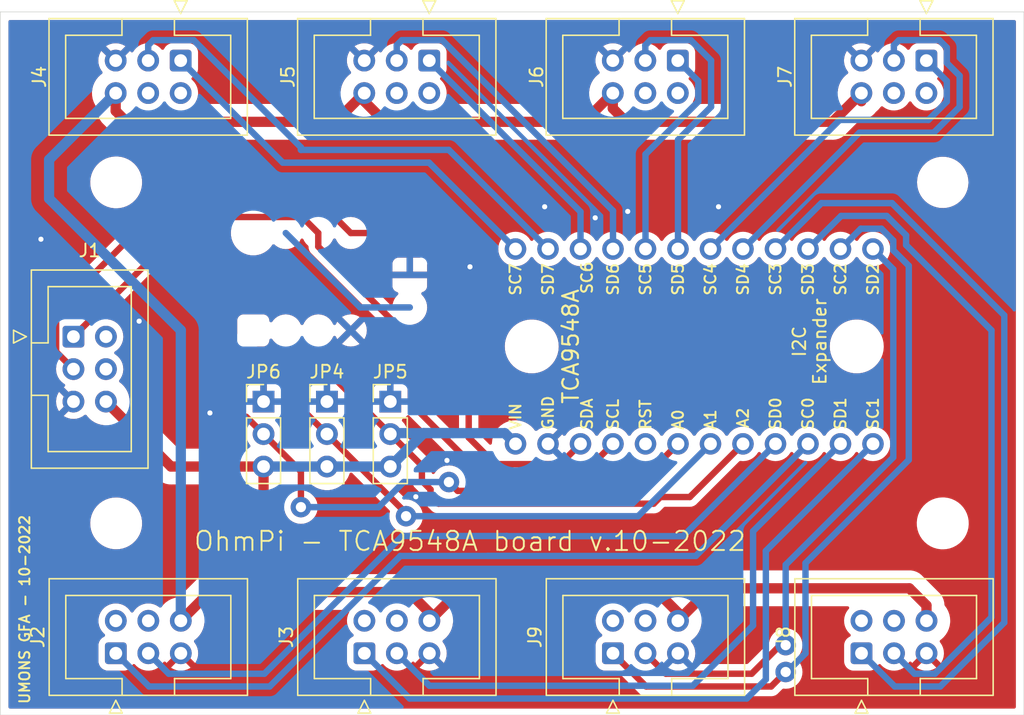
<source format=kicad_pcb>
(kicad_pcb (version 20211014) (generator pcbnew)
  (layers (0 "F.Cu" signal) (31 "B.Cu" signal) (34 "B.Paste" user) (35 "F.Paste" user) (36 "B.SilkS" user "B.Silkscreen") (37 "F.SilkS" user "F.Silkscreen") (38 "B.Mask" user) (39 "F.Mask" user) (44 "Edge.Cuts" user))
  (net 0 "")
  (net 1 "/A0")
  (net 2 "/A1")
  (net 3 "/A2")
  (net 4 "/INPUTSCL")
  (net 6 "/INPUTSDA")
  (net 8 "/7SCL")
  (net 9 "/7SDA")
  (net 10 "/6SCL")
  (net 11 "/6SDA")
  (net 12 "/5SCL")
  (net 13 "/5SDA")
  (net 14 "/4SCL")
  (net 15 "/4SDA")
  (net 16 "/3SCL")
  (net 17 "/3SDA")
  (net 18 "/2SCL")
  (net 19 "/2SDA")
  (net 20 "/1SCL")
  (net 21 "/1SDA")
  (net 22 "/0SCL")
  (net 23 "/0SDA")
  (net 24 "/RESET")
  (net 41 "+5V")
  (net 42 "GNDD")
  (footprint "Connector_IDC:IDC-Header_2x03_P2.54mm_Vertical" (layer "F.Cu") (at 112.522 75.565 -90)
    (fp_text reference "J4" (at 1.27 11.045 90) (layer "F.SilkS"))
    (fp_text value "I2C")
    (fp_line (start -4.68 -0.5) (end -4.68 0.5) (layer "F.SilkS") (width 0.12))
    (fp_line (start 5.83 10.29) (end -3.29 10.29) (layer "F.SilkS") (width 0.12))
    (fp_line (start -1.98 4.59) (end -1.98 4.59) (layer "F.SilkS") (width 0.12))
    (fp_line (start 4.52 -3.91) (end 4.52 8.99) (layer "F.SilkS") (width 0.12))
    (fp_line (start -3.29 10.29) (end -3.29 -5.21) (layer "F.SilkS") (width 0.12))
    (fp_line (start -3.29 0.49) (end -1.98 0.49) (layer "F.SilkS") (width 0.12))
    (fp_line (start -3.68 0) (end -4.68 -0.5) (layer "F.SilkS") (width 0.12))
    (fp_line (start -1.98 4.59) (end -3.29 4.59) (layer "F.SilkS") (width 0.12))
    (fp_line (start 5.83 -5.21) (end 5.83 10.29) (layer "F.SilkS") (width 0.12))
    (fp_line (start -1.98 8.99) (end -1.98 4.59) (layer "F.SilkS") (width 0.12))
    (fp_line (start -4.68 0.5) (end -3.68 0) (layer "F.SilkS") (width 0.12))
    (fp_line (start -3.29 -5.21) (end 5.83 -5.21) (layer "F.SilkS") (width 0.12))
    (fp_line (start 4.52 8.99) (end -1.98 8.99) (layer "F.SilkS") (width 0.12))
    (fp_line (start -1.98 0.49) (end -1.98 -3.91) (layer "F.SilkS") (width 0.12))
    (fp_line (start -1.98 -3.91) (end 4.52 -3.91) (layer "F.SilkS") (width 0.12))
    (pad "1" thru_hole roundrect (at 0 0 270) (size 1.7 1.7) (drill 1) (layers *.Cu *.Mask) (roundrect_rratio 0.147059) (net 8 "/7SCL"))
    (pad "2" thru_hole circle (at 2.54 0 270) (size 1.7 1.7) (drill 1) (layers *.Cu *.Mask))
    (pad "3" thru_hole circle (at 0 2.54 270) (size 1.7 1.7) (drill 1) (layers *.Cu *.Mask) (net 9 "/7SDA"))
    (pad "4" thru_hole circle (at 2.54 2.54 270) (size 1.7 1.7) (drill 1) (layers *.Cu *.Mask))
    (pad "5" thru_hole circle (at 0 5.08 270) (size 1.7 1.7) (drill 1) (layers *.Cu *.Mask) (net 42 "GNDD"))
    (pad "6" thru_hole circle (at 2.54 5.08 270) (size 1.7 1.7) (drill 1) (layers *.Cu *.Mask) (net 41 "+5V"))
  )
  (footprint "Connector_IDC:IDC-Header_2x03_P2.54mm_Vertical" (layer "F.Cu") (at 126.879666 121.92 90)
    (fp_text reference "J3" (at 1.27 -6.1 90) (layer "F.SilkS"))
    (fp_text value "I2C")
    (fp_line (start 5.83 10.29) (end -3.29 10.29) (layer "F.SilkS") (width 0.12))
    (fp_line (start -3.29 10.29) (end -3.29 -5.21) (layer "F.SilkS") (width 0.12))
    (fp_line (start -4.68 -0.5) (end -4.68 0.5) (layer "F.SilkS") (width 0.12))
    (fp_line (start -3.29 -5.21) (end 5.83 -5.21) (layer "F.SilkS") (width 0.12))
    (fp_line (start -3.68 0) (end -4.68 -0.5) (layer "F.SilkS") (width 0.12))
    (fp_line (start -3.29 0.49) (end -1.98 0.49) (layer "F.SilkS") (width 0.12))
    (fp_line (start -1.98 -3.91) (end 4.52 -3.91) (layer "F.SilkS") (width 0.12))
    (fp_line (start 5.83 -5.21) (end 5.83 10.29) (layer "F.SilkS") (width 0.12))
    (fp_line (start -1.98 0.49) (end -1.98 -3.91) (layer "F.SilkS") (width 0.12))
    (fp_line (start 4.52 8.99) (end -1.98 8.99) (layer "F.SilkS") (width 0.12))
    (fp_line (start -1.98 8.99) (end -1.98 4.59) (layer "F.SilkS") (width 0.12))
    (fp_line (start 4.52 -3.91) (end 4.52 8.99) (layer "F.SilkS") (width 0.12))
    (fp_line (start -1.98 4.59) (end -3.29 4.59) (layer "F.SilkS") (width 0.12))
    (fp_line (start -4.68 0.5) (end -3.68 0) (layer "F.SilkS") (width 0.12))
    (fp_line (start -1.98 4.59) (end -1.98 4.59) (layer "F.SilkS") (width 0.12))
    (pad "1" thru_hole roundrect (at 0 0 90) (size 1.7 1.7) (drill 1) (layers *.Cu *.Mask) (roundrect_rratio 0.147059) (net 20 "/1SCL"))
    (pad "2" thru_hole circle (at 2.54 0 90) (size 1.7 1.7) (drill 1) (layers *.Cu *.Mask))
    (pad "3" thru_hole circle (at 0 2.54 90) (size 1.7 1.7) (drill 1) (layers *.Cu *.Mask) (net 21 "/1SDA"))
    (pad "4" thru_hole circle (at 2.54 2.54 90) (size 1.7 1.7) (drill 1) (layers *.Cu *.Mask))
    (pad "5" thru_hole circle (at 0 5.08 90) (size 1.7 1.7) (drill 1) (layers *.Cu *.Mask) (net 42 "GNDD"))
    (pad "6" thru_hole circle (at 2.54 5.08 90) (size 1.7 1.7) (drill 1) (layers *.Cu *.Mask) (net 41 "+5V"))
  )
  (footprint "Connector_PinHeader_2.54mm:PinHeader_1x03_P2.54mm_Vertical" (layer "F.Cu") (at 128.905 102.235)
    (fp_text reference "JP5" (at 0 -2.33) (layer "F.SilkS"))
    (fp_text value "Addr 2")
    (fp_line (start 1.33 1.27) (end 1.33 6.41) (layer "F.SilkS") (width 0.12))
    (fp_line (start -1.33 1.27) (end -1.33 6.41) (layer "F.SilkS") (width 0.12))
    (fp_line (start -1.33 0) (end -1.33 -1.33) (layer "F.SilkS") (width 0.12))
    (fp_line (start -1.33 -1.33) (end 0 -1.33) (layer "F.SilkS") (width 0.12))
    (fp_line (start -1.33 6.41) (end 1.33 6.41) (layer "F.SilkS") (width 0.12))
    (fp_line (start -1.33 1.27) (end 1.33 1.27) (layer "F.SilkS") (width 0.12))
    (pad "1" thru_hole rect (at 0 0) (size 1.7 1.7) (drill 1) (layers *.Cu *.Mask) (net 42 "GNDD"))
    (pad "2" thru_hole oval (at 0 2.54) (size 1.7 1.7) (drill 1) (layers *.Cu *.Mask) (net 3 "/A2"))
    (pad "3" thru_hole oval (at 0 5.08) (size 1.7 1.7) (drill 1) (layers *.Cu *.Mask) (net 41 "+5V"))
  )
  (footprint "Connector_PinHeader_2.54mm:PinHeader_1x03_P2.54mm_Vertical" (layer "F.Cu") (at 118.999 102.235)
    (fp_text reference "JP6" (at 0 -2.33) (layer "F.SilkS"))
    (fp_text value "Addr 0")
    (fp_line (start -1.33 1.27) (end -1.33 6.41) (layer "F.SilkS") (width 0.12))
    (fp_line (start -1.33 6.41) (end 1.33 6.41) (layer "F.SilkS") (width 0.12))
    (fp_line (start 1.33 1.27) (end 1.33 6.41) (layer "F.SilkS") (width 0.12))
    (fp_line (start -1.33 -1.33) (end 0 -1.33) (layer "F.SilkS") (width 0.12))
    (fp_line (start -1.33 1.27) (end 1.33 1.27) (layer "F.SilkS") (width 0.12))
    (fp_line (start -1.33 0) (end -1.33 -1.33) (layer "F.SilkS") (width 0.12))
    (pad "1" thru_hole rect (at 0 0) (size 1.7 1.7) (drill 1) (layers *.Cu *.Mask) (net 42 "GNDD"))
    (pad "2" thru_hole oval (at 0 2.54) (size 1.7 1.7) (drill 1) (layers *.Cu *.Mask) (net 1 "/A0"))
    (pad "3" thru_hole oval (at 0 5.08) (size 1.7 1.7) (drill 1) (layers *.Cu *.Mask) (net 41 "+5V"))
  )
  (footprint "Adafruit TCA9548A:1X12_ROUND" (layer "F.Cu") (at 152.662 105.541)
    (fp_text reference "JP3" hide)
    (fp_text value "HEADER-1X12")
    (pad "1" thru_hole circle (at -13.97 0 90) (size 1.6764 1.6764) (drill 1) (layers *.Cu *.Mask) (net 41 "+5V"))
    (pad "2" thru_hole circle (at -11.43 0 90) (size 1.6764 1.6764) (drill 1) (layers *.Cu *.Mask) (net 42 "GNDD"))
    (pad "3" thru_hole circle (at -8.89 0 90) (size 1.6764 1.6764) (drill 1) (layers *.Cu *.Mask) (net 6 "/INPUTSDA"))
    (pad "4" thru_hole circle (at -6.35 0 90) (size 1.6764 1.6764) (drill 1) (layers *.Cu *.Mask) (net 4 "/INPUTSCL"))
    (pad "5" thru_hole circle (at -3.81 0 90) (size 1.6764 1.6764) (drill 1) (layers *.Cu *.Mask) (net 24 "/RESET"))
    (pad "6" thru_hole circle (at -1.27 0 90) (size 1.6764 1.6764) (drill 1) (layers *.Cu *.Mask) (net 1 "/A0"))
    (pad "7" thru_hole circle (at 1.27 0 90) (size 1.6764 1.6764) (drill 1) (layers *.Cu *.Mask) (net 2 "/A1"))
    (pad "8" thru_hole circle (at 3.81 0 90) (size 1.6764 1.6764) (drill 1) (layers *.Cu *.Mask) (net 3 "/A2"))
    (pad "9" thru_hole circle (at 6.35 0 90) (size 1.6764 1.6764) (drill 1) (layers *.Cu *.Mask) (net 23 "/0SDA"))
    (pad "10" thru_hole circle (at 8.89 0 90) (size 1.6764 1.6764) (drill 1) (layers *.Cu *.Mask) (net 22 "/0SCL"))
    (pad "11" thru_hole circle (at 11.43 0 90) (size 1.6764 1.6764) (drill 1) (layers *.Cu *.Mask) (net 21 "/1SDA"))
    (pad "12" thru_hole circle (at 13.97 0 90) (size 1.6764 1.6764) (drill 1) (layers *.Cu *.Mask) (net 20 "/1SCL"))
  )
  (footprint "Connector_IDC:IDC-Header_2x03_P2.54mm_Vertical" (layer "F.Cu") (at 107.452 121.92 90)
    (fp_text reference "J2" (at 1.27 -6.1 90) (layer "F.SilkS"))
    (fp_text value "I2C")
    (fp_line (start 5.83 10.29) (end -3.29 10.29) (layer "F.SilkS") (width 0.12))
    (fp_line (start -1.98 4.59) (end -1.98 4.59) (layer "F.SilkS") (width 0.12))
    (fp_line (start 4.52 8.99) (end -1.98 8.99) (layer "F.SilkS") (width 0.12))
    (fp_line (start -4.68 -0.5) (end -4.68 0.5) (layer "F.SilkS") (width 0.12))
    (fp_line (start -3.29 10.29) (end -3.29 -5.21) (layer "F.SilkS") (width 0.12))
    (fp_line (start 5.83 -5.21) (end 5.83 10.29) (layer "F.SilkS") (width 0.12))
    (fp_line (start -1.98 -3.91) (end 4.52 -3.91) (layer "F.SilkS") (width 0.12))
    (fp_line (start -1.98 0.49) (end -1.98 -3.91) (layer "F.SilkS") (width 0.12))
    (fp_line (start -1.98 4.59) (end -3.29 4.59) (layer "F.SilkS") (width 0.12))
    (fp_line (start -3.68 0) (end -4.68 -0.5) (layer "F.SilkS") (width 0.12))
    (fp_line (start -3.29 0.49) (end -1.98 0.49) (layer "F.SilkS") (width 0.12))
    (fp_line (start -3.29 -5.21) (end 5.83 -5.21) (layer "F.SilkS") (width 0.12))
    (fp_line (start -1.98 8.99) (end -1.98 4.59) (layer "F.SilkS") (width 0.12))
    (fp_line (start 4.52 -3.91) (end 4.52 8.99) (layer "F.SilkS") (width 0.12))
    (fp_line (start -4.68 0.5) (end -3.68 0) (layer "F.SilkS") (width 0.12))
    (pad "1" thru_hole roundrect (at 0 0 90) (size 1.7 1.7) (drill 1) (layers *.Cu *.Mask) (roundrect_rratio 0.147059) (net 22 "/0SCL"))
    (pad "2" thru_hole circle (at 2.54 0 90) (size 1.7 1.7) (drill 1) (layers *.Cu *.Mask))
    (pad "3" thru_hole circle (at 0 2.54 90) (size 1.7 1.7) (drill 1) (layers *.Cu *.Mask) (net 23 "/0SDA"))
    (pad "4" thru_hole circle (at 2.54 2.54 90) (size 1.7 1.7) (drill 1) (layers *.Cu *.Mask))
    (pad "5" thru_hole circle (at 0 5.08 90) (size 1.7 1.7) (drill 1) (layers *.Cu *.Mask) (net 42 "GNDD"))
    (pad "6" thru_hole circle (at 2.54 5.08 90) (size 1.7 1.7) (drill 1) (layers *.Cu *.Mask) (net 41 "+5V"))
  )
  (footprint "Adafruit TCA9548A:1X12_ROUND" (layer "F.Cu") (at 152.662 90.301 180)
    (fp_text reference "JP1" hide)
    (fp_text value "HEADER-1X12")
    (pad "1" thru_hole circle (at -13.97 0 270) (size 1.6764 1.6764) (drill 1) (layers *.Cu *.Mask) (net 19 "/2SDA"))
    (pad "2" thru_hole circle (at -11.43 0 270) (size 1.6764 1.6764) (drill 1) (layers *.Cu *.Mask) (net 18 "/2SCL"))
    (pad "3" thru_hole circle (at -8.89 0 270) (size 1.6764 1.6764) (drill 1) (layers *.Cu *.Mask) (net 17 "/3SDA"))
    (pad "4" thru_hole circle (at -6.35 0 270) (size 1.6764 1.6764) (drill 1) (layers *.Cu *.Mask) (net 16 "/3SCL"))
    (pad "5" thru_hole circle (at -3.81 0 270) (size 1.6764 1.6764) (drill 1) (layers *.Cu *.Mask) (net 15 "/4SDA"))
    (pad "6" thru_hole circle (at -1.27 0 270) (size 1.6764 1.6764) (drill 1) (layers *.Cu *.Mask) (net 14 "/4SCL"))
    (pad "7" thru_hole circle (at 1.27 0 270) (size 1.6764 1.6764) (drill 1) (layers *.Cu *.Mask) (net 13 "/5SDA"))
    (pad "8" thru_hole circle (at 3.81 0 270) (size 1.6764 1.6764) (drill 1) (layers *.Cu *.Mask) (net 12 "/5SCL"))
    (pad "9" thru_hole circle (at 6.35 0 270) (size 1.6764 1.6764) (drill 1) (layers *.Cu *.Mask) (net 11 "/6SDA"))
    (pad "10" thru_hole circle (at 8.89 0 270) (size 1.6764 1.6764) (drill 1) (layers *.Cu *.Mask) (net 10 "/6SCL"))
    (pad "11" thru_hole circle (at 11.43 0 270) (size 1.6764 1.6764) (drill 1) (layers *.Cu *.Mask) (net 9 "/7SDA"))
    (pad "12" thru_hole circle (at 13.97 0 270) (size 1.6764 1.6764) (drill 1) (layers *.Cu *.Mask) (net 8 "/7SCL"))
  )
  (footprint "Connector_IDC:IDC-Header_2x03_P2.54mm_Vertical" (layer "F.Cu") (at 170.805 75.565 -90)
    (fp_text reference "J7" (at 1.27 11.045 90) (layer "F.SilkS"))
    (fp_text value "I2C")
    (fp_line (start 5.83 -5.21) (end 5.83 10.29) (layer "F.SilkS") (width 0.12))
    (fp_line (start -1.98 4.59) (end -1.98 4.59) (layer "F.SilkS") (width 0.12))
    (fp_line (start -1.98 8.99) (end -1.98 4.59) (layer "F.SilkS") (width 0.12))
    (fp_line (start -1.98 4.59) (end -3.29 4.59) (layer "F.SilkS") (width 0.12))
    (fp_line (start 5.83 10.29) (end -3.29 10.29) (layer "F.SilkS") (width 0.12))
    (fp_line (start 4.52 8.99) (end -1.98 8.99) (layer "F.SilkS") (width 0.12))
    (fp_line (start -4.68 -0.5) (end -4.68 0.5) (layer "F.SilkS") (width 0.12))
    (fp_line (start -3.29 -5.21) (end 5.83 -5.21) (layer "F.SilkS") (width 0.12))
    (fp_line (start 4.52 -3.91) (end 4.52 8.99) (layer "F.SilkS") (width 0.12))
    (fp_line (start -1.98 0.49) (end -1.98 -3.91) (layer "F.SilkS") (width 0.12))
    (fp_line (start -4.68 0.5) (end -3.68 0) (layer "F.SilkS") (width 0.12))
    (fp_line (start -3.68 0) (end -4.68 -0.5) (layer "F.SilkS") (width 0.12))
    (fp_line (start -3.29 0.49) (end -1.98 0.49) (layer "F.SilkS") (width 0.12))
    (fp_line (start -3.29 10.29) (end -3.29 -5.21) (layer "F.SilkS") (width 0.12))
    (fp_line (start -1.98 -3.91) (end 4.52 -3.91) (layer "F.SilkS") (width 0.12))
    (pad "1" thru_hole roundrect (at 0 0 270) (size 1.7 1.7) (drill 1) (layers *.Cu *.Mask) (roundrect_rratio 0.147059) (net 14 "/4SCL"))
    (pad "2" thru_hole circle (at 2.54 0 270) (size 1.7 1.7) (drill 1) (layers *.Cu *.Mask))
    (pad "3" thru_hole circle (at 0 2.54 270) (size 1.7 1.7) (drill 1) (layers *.Cu *.Mask) (net 15 "/4SDA"))
    (pad "4" thru_hole circle (at 2.54 2.54 270) (size 1.7 1.7) (drill 1) (layers *.Cu *.Mask))
    (pad "5" thru_hole circle (at 0 5.08 270) (size 1.7 1.7) (drill 1) (layers *.Cu *.Mask) (net 42 "GNDD"))
    (pad "6" thru_hole circle (at 2.54 5.08 270) (size 1.7 1.7) (drill 1) (layers *.Cu *.Mask) (net 41 "+5V"))
  )
  (footprint "Connector_IDC:IDC-Header_2x03_P2.54mm_Vertical" (layer "F.Cu") (at 146.307332 121.92 90)
    (fp_text reference "J9" (at 1.27 -6.1 90) (layer "F.SilkS"))
    (fp_text value "I2C")
    (fp_line (start -3.68 0) (end -4.68 -0.5) (layer "F.SilkS") (width 0.12))
    (fp_line (start -1.98 0.49) (end -1.98 -3.91) (layer "F.SilkS") (width 0.12))
    (fp_line (start 5.83 10.29) (end -3.29 10.29) (layer "F.SilkS") (width 0.12))
    (fp_line (start -4.68 -0.5) (end -4.68 0.5) (layer "F.SilkS") (width 0.12))
    (fp_line (start -4.68 0.5) (end -3.68 0) (layer "F.SilkS") (width 0.12))
    (fp_line (start 4.52 8.99) (end -1.98 8.99) (layer "F.SilkS") (width 0.12))
    (fp_line (start -1.98 8.99) (end -1.98 4.59) (layer "F.SilkS") (width 0.12))
    (fp_line (start -3.29 0.49) (end -1.98 0.49) (layer "F.SilkS") (width 0.12))
    (fp_line (start -3.29 -5.21) (end 5.83 -5.21) (layer "F.SilkS") (width 0.12))
    (fp_line (start -1.98 4.59) (end -1.98 4.59) (layer "F.SilkS") (width 0.12))
    (fp_line (start 4.52 -3.91) (end 4.52 8.99) (layer "F.SilkS") (width 0.12))
    (fp_line (start -1.98 4.59) (end -3.29 4.59) (layer "F.SilkS") (width 0.12))
    (fp_line (start 5.83 -5.21) (end 5.83 10.29) (layer "F.SilkS") (width 0.12))
    (fp_line (start -1.98 -3.91) (end 4.52 -3.91) (layer "F.SilkS") (width 0.12))
    (fp_line (start -3.29 10.29) (end -3.29 -5.21) (layer "F.SilkS") (width 0.12))
    (pad "1" thru_hole roundrect (at 0 0 90) (size 1.7 1.7) (drill 1) (layers *.Cu *.Mask) (roundrect_rratio 0.147059) (net 18 "/2SCL"))
    (pad "2" thru_hole circle (at 2.54 0 90) (size 1.7 1.7) (drill 1) (layers *.Cu *.Mask))
    (pad "3" thru_hole circle (at 0 2.54 90) (size 1.7 1.7) (drill 1) (layers *.Cu *.Mask) (net 19 "/2SDA"))
    (pad "4" thru_hole circle (at 2.54 2.54 90) (size 1.7 1.7) (drill 1) (layers *.Cu *.Mask))
    (pad "5" thru_hole circle (at 0 5.08 90) (size 1.7 1.7) (drill 1) (layers *.Cu *.Mask) (net 42 "GNDD"))
    (pad "6" thru_hole circle (at 2.54 5.08 90) (size 1.7 1.7) (drill 1) (layers *.Cu *.Mask) (net 41 "+5V"))
  )
  (footprint "Connector_IDC:IDC-Header_2x03_P2.54mm_Vertical" (layer "F.Cu") (at 131.949666 75.565 -90)
    (fp_text reference "J5" (at 1.27 11.045 90) (layer "F.SilkS"))
    (fp_text value "I2C")
    (fp_line (start -1.98 8.99) (end -1.98 4.59) (layer "F.SilkS") (width 0.12))
    (fp_line (start -1.98 -3.91) (end 4.52 -3.91) (layer "F.SilkS") (width 0.12))
    (fp_line (start 5.83 -5.21) (end 5.83 10.29) (layer "F.SilkS") (width 0.12))
    (fp_line (start -3.68 0) (end -4.68 -0.5) (layer "F.SilkS") (width 0.12))
    (fp_line (start -3.29 0.49) (end -1.98 0.49) (layer "F.SilkS") (width 0.12))
    (fp_line (start -4.68 -0.5) (end -4.68 0.5) (layer "F.SilkS") (width 0.12))
    (fp_line (start -3.29 10.29) (end -3.29 -5.21) (layer "F.SilkS") (width 0.12))
    (fp_line (start -1.98 0.49) (end -1.98 -3.91) (layer "F.SilkS") (width 0.12))
    (fp_line (start -1.98 4.59) (end -1.98 4.59) (layer "F.SilkS") (width 0.12))
    (fp_line (start -1.98 4.59) (end -3.29 4.59) (layer "F.SilkS") (width 0.12))
    (fp_line (start 4.52 -3.91) (end 4.52 8.99) (layer "F.SilkS") (width 0.12))
    (fp_line (start 5.83 10.29) (end -3.29 10.29) (layer "F.SilkS") (width 0.12))
    (fp_line (start -3.29 -5.21) (end 5.83 -5.21) (layer "F.SilkS") (width 0.12))
    (fp_line (start -4.68 0.5) (end -3.68 0) (layer "F.SilkS") (width 0.12))
    (fp_line (start 4.52 8.99) (end -1.98 8.99) (layer "F.SilkS") (width 0.12))
    (pad "1" thru_hole roundrect (at 0 0 270) (size 1.7 1.7) (drill 1) (layers *.Cu *.Mask) (roundrect_rratio 0.147059) (net 10 "/6SCL"))
    (pad "2" thru_hole circle (at 2.54 0 270) (size 1.7 1.7) (drill 1) (layers *.Cu *.Mask))
    (pad "3" thru_hole circle (at 0 2.54 270) (size 1.7 1.7) (drill 1) (layers *.Cu *.Mask) (net 11 "/6SDA"))
    (pad "4" thru_hole circle (at 2.54 2.54 270) (size 1.7 1.7) (drill 1) (layers *.Cu *.Mask))
    (pad "5" thru_hole circle (at 0 5.08 270) (size 1.7 1.7) (drill 1) (layers *.Cu *.Mask) (net 42 "GNDD"))
    (pad "6" thru_hole circle (at 2.54 5.08 270) (size 1.7 1.7) (drill 1) (layers *.Cu *.Mask) (net 41 "+5V"))
  )
  (footprint "Connector_IDC:IDC-Header_2x03_P2.54mm_Vertical" (layer "F.Cu") (at 165.735 121.92 90)
    (fp_text reference "J8" (at 1.27 -6.1 90) (layer "F.SilkS"))
    (fp_text value "I2C")
    (fp_line (start -4.68 -0.5) (end -4.68 0.5) (layer "F.SilkS") (width 0.12))
    (fp_line (start -1.98 4.59) (end -3.29 4.59) (layer "F.SilkS") (width 0.12))
    (fp_line (start -3.68 0) (end -4.68 -0.5) (layer "F.SilkS") (width 0.12))
    (fp_line (start -1.98 8.99) (end -1.98 4.59) (layer "F.SilkS") (width 0.12))
    (fp_line (start 4.52 -3.91) (end 4.52 8.99) (layer "F.SilkS") (width 0.12))
    (fp_line (start -4.68 0.5) (end -3.68 0) (layer "F.SilkS") (width 0.12))
    (fp_line (start -1.98 -3.91) (end 4.52 -3.91) (layer "F.SilkS") (width 0.12))
    (fp_line (start 4.52 8.99) (end -1.98 8.99) (layer "F.SilkS") (width 0.12))
    (fp_line (start -3.29 0.49) (end -1.98 0.49) (layer "F.SilkS") (width 0.12))
    (fp_line (start -1.98 0.49) (end -1.98 -3.91) (layer "F.SilkS") (width 0.12))
    (fp_line (start -1.98 4.59) (end -1.98 4.59) (layer "F.SilkS") (width 0.12))
    (fp_line (start -3.29 10.29) (end -3.29 -5.21) (layer "F.SilkS") (width 0.12))
    (fp_line (start -3.29 -5.21) (end 5.83 -5.21) (layer "F.SilkS") (width 0.12))
    (fp_line (start 5.83 -5.21) (end 5.83 10.29) (layer "F.SilkS") (width 0.12))
    (fp_line (start 5.83 10.29) (end -3.29 10.29) (layer "F.SilkS") (width 0.12))
    (pad "1" thru_hole roundrect (at 0 0 90) (size 1.7 1.7) (drill 1) (layers *.Cu *.Mask) (roundrect_rratio 0.147059) (net 16 "/3SCL"))
    (pad "2" thru_hole circle (at 2.54 0 90) (size 1.7 1.7) (drill 1) (layers *.Cu *.Mask))
    (pad "3" thru_hole circle (at 0 2.54 90) (size 1.7 1.7) (drill 1) (layers *.Cu *.Mask) (net 17 "/3SDA"))
    (pad "4" thru_hole circle (at 2.54 2.54 90) (size 1.7 1.7) (drill 1) (layers *.Cu *.Mask))
    (pad "5" thru_hole circle (at 0 5.08 90) (size 1.7 1.7) (drill 1) (layers *.Cu *.Mask) (net 42 "GNDD"))
    (pad "6" thru_hole circle (at 2.54 5.08 90) (size 1.7 1.7) (drill 1) (layers *.Cu *.Mask) (net 41 "+5V"))
  )
  (footprint "Connector_IDC:IDC-Header_2x03_P2.54mm_Vertical" (layer "F.Cu") (at 151.377332 75.565 -90)
    (fp_text reference "J6" (at 1.27 11.045 90) (layer "F.SilkS"))
    (fp_text value "I2C")
    (fp_line (start -3.29 0.49) (end -1.98 0.49) (layer "F.SilkS") (width 0.12))
    (fp_line (start -1.98 4.59) (end -3.29 4.59) (layer "F.SilkS") (width 0.12))
    (fp_line (start 4.52 -3.91) (end 4.52 8.99) (layer "F.SilkS") (width 0.12))
    (fp_line (start 5.83 10.29) (end -3.29 10.29) (layer "F.SilkS") (width 0.12))
    (fp_line (start -1.98 -3.91) (end 4.52 -3.91) (layer "F.SilkS") (width 0.12))
    (fp_line (start -1.98 8.99) (end -1.98 4.59) (layer "F.SilkS") (width 0.12))
    (fp_line (start -3.29 -5.21) (end 5.83 -5.21) (layer "F.SilkS") (width 0.12))
    (fp_line (start -3.68 0) (end -4.68 -0.5) (layer "F.SilkS") (width 0.12))
    (fp_line (start -4.68 -0.5) (end -4.68 0.5) (layer "F.SilkS") (width 0.12))
    (fp_line (start 5.83 -5.21) (end 5.83 10.29) (layer "F.SilkS") (width 0.12))
    (fp_line (start -4.68 0.5) (end -3.68 0) (layer "F.SilkS") (width 0.12))
    (fp_line (start -1.98 4.59) (end -1.98 4.59) (layer "F.SilkS") (width 0.12))
    (fp_line (start -1.98 0.49) (end -1.98 -3.91) (layer "F.SilkS") (width 0.12))
    (fp_line (start -3.29 10.29) (end -3.29 -5.21) (layer "F.SilkS") (width 0.12))
    (fp_line (start 4.52 8.99) (end -1.98 8.99) (layer "F.SilkS") (width 0.12))
    (pad "1" thru_hole roundrect (at 0 0 270) (size 1.7 1.7) (drill 1) (layers *.Cu *.Mask) (roundrect_rratio 0.147059) (net 12 "/5SCL"))
    (pad "2" thru_hole circle (at 2.54 0 270) (size 1.7 1.7) (drill 1) (layers *.Cu *.Mask))
    (pad "3" thru_hole circle (at 0 2.54 270) (size 1.7 1.7) (drill 1) (layers *.Cu *.Mask) (net 13 "/5SDA"))
    (pad "4" thru_hole circle (at 2.54 2.54 270) (size 1.7 1.7) (drill 1) (layers *.Cu *.Mask))
    (pad "5" thru_hole circle (at 0 5.08 270) (size 1.7 1.7) (drill 1) (layers *.Cu *.Mask) (net 42 "GNDD"))
    (pad "6" thru_hole circle (at 2.54 5.08 270) (size 1.7 1.7) (drill 1) (layers *.Cu *.Mask) (net 41 "+5V"))
  )
  (footprint "Connector_PinHeader_2.54mm:PinHeader_1x03_P2.54mm_Vertical" (layer "F.Cu") (at 123.952 102.235)
    (fp_text reference "JP4" (at 0 -2.33) (layer "F.SilkS"))
    (fp_text value "Addr 1")
    (fp_line (start -1.33 0) (end -1.33 -1.33) (layer "F.SilkS") (width 0.12))
    (fp_line (start -1.33 1.27) (end 1.33 1.27) (layer "F.SilkS") (width 0.12))
    (fp_line (start -1.33 6.41) (end 1.33 6.41) (layer "F.SilkS") (width 0.12))
    (fp_line (start -1.33 1.27) (end -1.33 6.41) (layer "F.SilkS") (width 0.12))
    (fp_line (start -1.33 -1.33) (end 0 -1.33) (layer "F.SilkS") (width 0.12))
    (fp_line (start 1.33 1.27) (end 1.33 6.41) (layer "F.SilkS") (width 0.12))
    (pad "1" thru_hole rect (at 0 0) (size 1.7 1.7) (drill 1) (layers *.Cu *.Mask) (net 42 "GNDD"))
    (pad "2" thru_hole oval (at 0 2.54) (size 1.7 1.7) (drill 1) (layers *.Cu *.Mask) (net 2 "/A1"))
    (pad "3" thru_hole oval (at 0 5.08) (size 1.7 1.7) (drill 1) (layers *.Cu *.Mask) (net 41 "+5V"))
  )
  (footprint "Connector_IDC:IDC-Header_2x03_P2.54mm_Vertical" (layer "F.Cu") (at 104.14 97.155)
    (fp_text reference "J1" (at 1.27 -6.735) (layer "F.SilkS"))
    (fp_text value "I2C")
    (fp_line (start 5.83 10.29) (end -3.29 10.29) (layer "F.SilkS") (width 0.12))
    (fp_line (start -1.98 4.59) (end -3.29 4.59) (layer "F.SilkS") (width 0.12))
    (fp_line (start -1.98 4.59) (end -1.98 4.59) (layer "F.SilkS") (width 0.12))
    (fp_line (start -4.68 -0.5) (end -4.68 0.5) (layer "F.SilkS") (width 0.12))
    (fp_line (start 4.52 8.99) (end -1.98 8.99) (layer "F.SilkS") (width 0.12))
    (fp_line (start -3.29 10.29) (end -3.29 -5.21) (layer "F.SilkS") (width 0.12))
    (fp_line (start -1.98 0.49) (end -1.98 -3.91) (layer "F.SilkS") (width 0.12))
    (fp_line (start -3.29 -5.21) (end 5.83 -5.21) (layer "F.SilkS") (width 0.12))
    (fp_line (start -3.68 0) (end -4.68 -0.5) (layer "F.SilkS") (width 0.12))
    (fp_line (start -1.98 8.99) (end -1.98 4.59) (layer "F.SilkS") (width 0.12))
    (fp_line (start 5.83 -5.21) (end 5.83 10.29) (layer "F.SilkS") (width 0.12))
    (fp_line (start -4.68 0.5) (end -3.68 0) (layer "F.SilkS") (width 0.12))
    (fp_line (start -1.98 -3.91) (end 4.52 -3.91) (layer "F.SilkS") (width 0.12))
    (fp_line (start 4.52 -3.91) (end 4.52 8.99) (layer "F.SilkS") (width 0.12))
    (fp_line (start -3.29 0.49) (end -1.98 0.49) (layer "F.SilkS") (width 0.12))
    (pad "1" thru_hole roundrect (at 0 0) (size 1.7 1.7) (drill 1) (layers *.Cu *.Mask) (roundrect_rratio 0.147059) (net 4 "/INPUTSCL"))
    (pad "2" thru_hole circle (at 2.54 0) (size 1.7 1.7) (drill 1) (layers *.Cu *.Mask))
    (pad "3" thru_hole circle (at 0 2.54) (size 1.7 1.7) (drill 1) (layers *.Cu *.Mask) (net 6 "/INPUTSDA"))
    (pad "4" thru_hole circle (at 2.54 2.54) (size 1.7 1.7) (drill 1) (layers *.Cu *.Mask))
    (pad "5" thru_hole circle (at 0 5.08) (size 1.7 1.7) (drill 1) (layers *.Cu *.Mask) (net 42 "GNDD"))
    (pad "6" thru_hole circle (at 2.54 5.08) (size 1.7 1.7) (drill 1) (layers *.Cu *.Mask) (net 41 "+5V"))
  )
  (gr_line (start 178.425 71.755) (end 178.425 126.755) (layer "Edge.Cuts") (width 0.05))
  (gr_line (start 98.425 71.755) (end 178.425 71.755) (layer "Edge.Cuts") (width 0.05))
  (gr_line (start 98.425 71.755) (end 98.425 126.755) (layer "Edge.Cuts") (width 0.05))
  (gr_line (start 98.425 126.755) (end 178.425 126.755) (layer "Edge.Cuts") (width 0.05))
  (gr_text "I2C\nExpander" (at 161.679 97.54 90) (layer "F.SilkS") (effects (font (size 0.99441 0.99441) (thickness 0.14859))))
  (gr_text "SC4" (at 153.932 91.317 90) (layer "F.SilkS") (effects (font (size 0.8636 0.8636) (thickness 0.1524)) (justify right)))
  (gr_text "SC2" (at 164.092 91.317 90) (layer "F.SilkS") (effects (font (size 0.8636 0.8636) (thickness 0.1524)) (justify right)))
  (gr_text "SD5" (at 151.392 91.317 90) (layer "F.SilkS") (effects (font (size 0.8636 0.8636) (thickness 0.1524)) (justify right)))
  (gr_text "SD2" (at 166.632 91.317 90) (layer "F.SilkS") (effects (font (size 0.8636 0.8636) (thickness 0.1524)) (justify right)))
  (gr_text "SC3" (at 159.012 91.317 90) (layer "F.SilkS") (effects (font (size 0.8636 0.8636) (thickness 0.1524)) (justify right)))
  (gr_text "SD3" (at 161.552 91.317 90) (layer "F.SilkS") (effects (font (size 0.8636 0.8636) (thickness 0.1524)) (justify right)))
  (gr_text "SD7" (at 141.232 91.317 90) (layer "F.SilkS") (effects (font (size 0.8636 0.8636) (thickness 0.1524)) (justify right)))
  (gr_text "GND" (at 141.232 104.525 90) (layer "F.SilkS") (effects (font (size 0.8636 0.8636) (thickness 0.1524)) (justify left)))
  (gr_text "SC5" (at 148.852 91.317 90) (layer "F.SilkS") (effects (font (size 0.8636 0.8636) (thickness 0.1524)) (justify right)))
  (gr_text "SC0" (at 161.552 104.525 90) (layer "F.SilkS") (effects (font (size 0.8636 0.8636) (thickness 0.1524)) (justify left)))
  (gr_text "SCL" (at 146.312 104.525 90) (layer "F.SilkS") (effects (font (size 0.8636 0.8636) (thickness 0.1524)) (justify left)))
  (gr_text "SC6" (at 144.28 91.19 90) (layer "F.SilkS") (effects (font (size 0.8636 0.8636) (thickness 0.1524)) (justify right)))
  (gr_text "SD4" (at 156.472 91.317 90) (layer "F.SilkS") (effects (font (size 0.8636 0.8636) (thickness 0.1524)) (justify right)))
  (gr_text "SD6" (at 146.312 91.317 90) (layer "F.SilkS") (effects (font (size 0.8636 0.8636) (thickness 0.1524)) (justify right)))
  (gr_text "SC7" (at 138.692 91.317 90) (layer "F.SilkS") (effects (font (size 0.8636 0.8636) (thickness 0.1524)) (justify right)))
  (gr_text "A2" (at 156.472 104.398 90) (layer "F.SilkS") (effects (font (size 0.8636 0.8636) (thickness 0.1524)) (justify left)))
  (gr_text "RST" (at 148.852 104.525 90) (layer "F.SilkS") (effects (font (size 0.8636 0.8636) (thickness 0.1524)) (justify left)))
  (gr_text "UMONS GFA - 10-2022" (at 100.33 118.491 90) (layer "F.SilkS") (effects (font (size 0.8 0.8))))
  (gr_text "VIN" (at 138.692 104.525 90) (layer "F.SilkS") (effects (font (size 0.8636 0.8636) (thickness 0.1524)) (justify left)))
  (gr_text "SD1" (at 164.092 104.525 90) (layer "F.SilkS") (effects (font (size 0.8636 0.8636) (thickness 0.1524)) (justify left)))
  (gr_text "SDA" (at 144.28 104.525 90) (layer "F.SilkS") (effects (font (size 0.8636 0.8636) (thickness 0.1524)) (justify left)))
  (gr_text "OhmPi - TCA9548A board v.10-2022" (at 135.128 113.157) (layer "F.SilkS") (effects (font (size 1.5 1.5))))
  (gr_text "A1" (at 153.932 104.525 90) (layer "F.SilkS") (effects (font (size 0.8636 0.8636) (thickness 0.1524)) (justify left)))
  (gr_text "TCA9548A" (at 143.01 97.921 90) (layer "F.SilkS") (effects (font (size 1.22936 1.22936) (thickness 0.16764))))
  (gr_text "SC1" (at 166.632 104.525 90) (layer "F.SilkS") (effects (font (size 0.8636 0.8636) (thickness 0.1524)) (justify left)))
  (gr_text "A0" (at 151.392 104.525 90) (layer "F.SilkS") (effects (font (size 0.8636 0.8636) (thickness 0.1524)) (justify left)))
  (gr_text "SD0" (at 159.012 104.525 90) (layer "F.SilkS") (effects (font (size 0.8636 0.8636) (thickness 0.1524)) (justify left)))
  (segment (start 130.429 94.869) (end 126.553 94.869) (width 0.5) (layer "B.Cu") (net 0))
  (segment (start 126.553 94.869) (end 120.7354 89.0514) (width 0.5) (layer "B.Cu") (net 0))
  (segment (start 151.392 105.541) (end 147.713 109.22) (width 0.5) (layer "F.Cu") (net 1))
  (segment (start 118.999 104.775) (end 117.645489 103.421489) (width 0.5) (layer "F.Cu") (net 1))
  (segment (start 147.713 109.22) (end 134.175524 109.22) (width 0.5) (layer "F.Cu") (net 1))
  (segment (start 134.175524 109.22) (end 133.485606 108.530082) (width 0.5) (layer "F.Cu") (net 1))
  (segment (start 121.92 110.49) (end 121.92 107.696) (width 0.5) (layer "F.Cu") (net 1))
  (segment (start 121.92 107.696) (end 118.999 104.775) (width 0.5) (layer "F.Cu") (net 1))
  (via (at 121.92 110.49) (size 1.6) (drill 0.8) (layers "F.Cu" "B.Cu") (net 1))
  (via (at 133.485606 108.530082) (size 1.6) (drill 0.8) (layers "F.Cu" "B.Cu") (net 1))
  (segment (start 127.992051 110.49) (end 121.92 110.49) (width 0.5) (layer "B.Cu") (net 1))
  (segment (start 133.485606 108.530082) (end 129.951969 108.530082) (width 0.5) (layer "B.Cu") (net 1))
  (segment (start 129.951969 108.530082) (end 127.992051 110.49) (width 0.5) (layer "B.Cu") (net 1))
  (segment (start 123.952 104.775) (end 120.7354 101.5584) (width 0.5) (layer "F.Cu") (net 2))
  (segment (start 130.138019 110.961019) (end 130.138019 111.198737) (width 0.5) (layer "F.Cu") (net 2))
  (segment (start 123.952 104.775) (end 130.138019 110.961019) (width 0.5) (layer "F.Cu") (net 2))
  (via (at 130.138019 111.198737) (size 1.6) (drill 0.8) (layers "F.Cu" "B.Cu") (net 2))
  (segment (start 153.932 105.541) (end 148.274263 111.198737) (width 0.5) (layer "B.Cu") (net 2))
  (segment (start 148.274263 111.198737) (end 130.138019 111.198737) (width 0.5) (layer "B.Cu") (net 2))
  (segment (start 122.021889 87.797889) (end 123.2754 89.0514) (width 0.5) (layer "F.Cu") (net 4))
  (segment (start 143.724778 108.128222) (end 146.312 105.541) (width 0.5) (layer "F.Cu") (net 4))
  (segment (start 111.00648 90.28852) (end 111.818118 90.28852) (width 0.5) (layer "F.Cu") (net 4))
  (segment (start 114.308749 87.797889) (end 122.021889 87.797889) (width 0.5) (layer "F.Cu") (net 4))
  (segment (start 130.504511 102.381104) (end 130.504511 97.341171) (width 0.5) (layer "F.Cu") (net 4))
  (segment (start 104.14 97.155) (end 111.00648 90.28852) (width 0.5) (layer "F.Cu") (net 4))
  (segment (start 136.068222 108.128222) (end 143.724778 108.128222) (width 0.5) (layer "F.Cu") (net 4))
  (segment (start 135.89 107.95) (end 135.89 107.766593) (width 0.5) (layer "F.Cu") (net 4))
  (segment (start 135.89 107.766593) (end 130.504511 102.381104) (width 0.5) (layer "F.Cu") (net 4))
  (segment (start 123.2754 90.11206) (end 123.2754 89.0514) (width 0.5) (layer "F.Cu") (net 4))
  (segment (start 130.504511 97.341171) (end 123.2754 90.11206) (width 0.5) (layer "F.Cu") (net 4))
  (segment (start 111.818118 90.28852) (end 114.308749 87.797889) (width 0.5) (layer "F.Cu") (net 4))
  (segment (start 108.458 89.535) (end 111.506 89.535) (width 0.5) (layer "F.Cu") (net 6))
  (segment (start 123.632 86.868) (end 125.8154 89.0514) (width 0.5) (layer "F.Cu") (net 6))
  (segment (start 102.78648 98.34148) (end 102.78648 95.20652) (width 0.5) (layer "F.Cu") (net 6))
  (segment (start 125.8154 89.0514) (end 130.6586 89.0514) (width 0.5) (layer "F.Cu") (net 6))
  (segment (start 135.034011 93.426811) (end 135.034011 105.045489) (width 0.5) (layer "F.Cu") (net 6))
  (segment (start 104.14 99.695) (end 102.78648 98.34148) (width 0.5) (layer "F.Cu") (net 6))
  (segment (start 135.034011 105.045489) (end 137.117233 107.128711) (width 0.5) (layer "F.Cu") (net 6))
  (segment (start 114.173 86.868) (end 123.632 86.868) (width 0.5) (layer "F.Cu") (net 6))
  (segment (start 102.78648 95.20652) (end 108.458 89.535) (width 0.5) (layer "F.Cu") (net 6))
  (segment (start 137.117233 107.128711) (end 142.184289 107.128711) (width 0.5) (layer "F.Cu") (net 6))
  (segment (start 130.6586 89.0514) (end 135.034011 93.426811) (width 0.5) (layer "F.Cu") (net 6))
  (segment (start 142.184289 107.128711) (end 143.772 105.541) (width 0.5) (layer "F.Cu") (net 6))
  (segment (start 111.506 89.535) (end 114.173 86.868) (width 0.5) (layer "F.Cu") (net 6))
  (segment (start 131.940511 83.549511) (end 138.692 90.301) (width 0.5) (layer "B.Cu") (net 8))
  (segment (start 120.506511 83.549511) (end 131.940511 83.549511) (width 0.5) (layer "B.Cu") (net 8))
  (segment (start 112.522 75.565) (end 120.506511 83.549511) (width 0.5) (layer "B.Cu") (net 8))
  (segment (start 141.232 90.301) (end 133.481 82.55) (width 0.5) (layer "B.Cu") (net 9))
  (segment (start 121.92 82.55) (end 121.92 82.349466) (width 0.5) (layer "B.Cu") (net 9))
  (segment (start 109.982 74.362919) (end 109.982 75.565) (width 0.5) (layer "B.Cu") (net 9))
  (segment (start 133.481 82.55) (end 121.92 82.55) (width 0.5) (layer "B.Cu") (net 9))
  (segment (start 121.92 82.349466) (end 113.536014 73.96548) (width 0.5) (layer "B.Cu") (net 9))
  (segment (start 113.536014 73.96548) (end 110.379439 73.96548) (width 0.5) (layer "B.Cu") (net 9))
  (segment (start 110.379439 73.96548) (end 109.982 74.362919) (width 0.5) (layer "B.Cu") (net 9))
  (segment (start 143.772 87.387334) (end 143.772 90.301) (width 0.5) (layer "B.Cu") (net 10))
  (segment (start 131.949666 75.565) (end 143.772 87.387334) (width 0.5) (layer "B.Cu") (net 10))
  (segment (start 146.312 87.3138) (end 146.312 90.301) (width 0.5) (layer "B.Cu") (net 11))
  (segment (start 132.96368 73.96548) (end 146.312 87.3138) (width 0.5) (layer "B.Cu") (net 11))
  (segment (start 129.807105 73.96548) (end 132.96368 73.96548) (width 0.5) (layer "B.Cu") (net 11))
  (segment (start 129.409666 75.565) (end 129.409666 74.362919) (width 0.5) (layer "B.Cu") (net 11))
  (segment (start 129.409666 74.362919) (end 129.807105 73.96548) (width 0.5) (layer "B.Cu") (net 11))
  (segment (start 152.976843 77.164511) (end 151.377332 75.565) (width 0.5) (layer "B.Cu") (net 12))
  (segment (start 148.852 90.301) (end 148.852 82.892383) (width 0.5) (layer "B.Cu") (net 12))
  (segment (start 152.976843 78.76754) (end 152.976843 77.164511) (width 0.5) (layer "B.Cu") (net 12))
  (segment (start 148.852 82.892383) (end 152.976843 78.76754) (width 0.5) (layer "B.Cu") (net 12))
  (segment (start 153.976354 79.181551) (end 153.976354 75.550488) (width 0.5) (layer "B.Cu") (net 13))
  (segment (start 148.837332 74.362919) (end 148.837332 75.565) (width 0.5) (layer "B.Cu") (net 13))
  (segment (start 151.392 81.765905) (end 153.976354 79.181551) (width 0.5) (layer "B.Cu") (net 13))
  (segment (start 153.976354 75.550488) (end 152.391346 73.96548) (width 0.5) (layer "B.Cu") (net 13))
  (segment (start 149.234771 73.96548) (end 148.837332 74.362919) (width 0.5) (layer "B.Cu") (net 13))
  (segment (start 152.391346 73.96548) (end 149.234771 73.96548) (width 0.5) (layer "B.Cu") (net 13))
  (segment (start 151.392 90.301) (end 151.392 81.765905) (width 0.5) (layer "B.Cu") (net 13))
  (segment (start 172.404511 78.76754) (end 172.404511 77.164511) (width 0.5) (layer "B.Cu") (net 14))
  (segment (start 153.932 90.301) (end 164.028489 80.204511) (width 0.5) (layer "B.Cu") (net 14))
  (segment (start 170.96754 80.204511) (end 172.404511 78.76754) (width 0.5) (layer "B.Cu") (net 14))
  (segment (start 172.404511 77.164511) (end 170.805 75.565) (width 0.5) (layer "B.Cu") (net 14))
  (segment (start 164.028489 80.204511) (end 170.96754 80.204511) (width 0.5) (layer "B.Cu") (net 14))
  (segment (start 171.819014 73.96548) (end 168.662439 73.96548) (width 0.5) (layer "B.Cu") (net 15))
  (segment (start 173.404022 76.7505) (end 172.404511 75.750989) (width 0.5) (layer "B.Cu") (net 15))
  (segment (start 172.404511 74.550977) (end 171.819014 73.96548) (width 0.5) (layer "B.Cu") (net 15))
  (segment (start 172.404511 75.750989) (end 172.404511 74.550977) (width 0.5) (layer "B.Cu") (net 15))
  (segment (start 173.404022 79.181551) (end 173.404022 76.7505) (width 0.5) (layer "B.Cu") (net 15))
  (segment (start 168.265 74.362919) (end 168.265 75.565) (width 0.5) (layer "B.Cu") (net 15))
  (segment (start 171.381551 81.204022) (end 173.404022 79.181551) (width 0.5) (layer "B.Cu") (net 15))
  (segment (start 165.568978 81.204022) (end 171.381551 81.204022) (width 0.5) (layer "B.Cu") (net 15))
  (segment (start 156.472 90.301) (end 165.568978 81.204022) (width 0.5) (layer "B.Cu") (net 15))
  (segment (start 168.662439 73.96548) (end 168.265 74.362919) (width 0.5) (layer "B.Cu") (net 15))
  (segment (start 176.894511 95.520489) (end 176.894511 95.491092) (width 0.5) (layer "B.Cu") (net 16))
  (segment (start 174.557793 121.85278) (end 174.557793 121.852793) (width 0.5) (layer "B.Cu") (net 16))
  (segment (start 176.894511 95.491092) (end 168.117677 86.714258) (width 0.5) (layer "B.Cu") (net 16))
  (segment (start 176.894511 119.516062) (end 174.557793 121.85278) (width 0.5) (layer "B.Cu") (net 16))
  (segment (start 168.117677 86.714258) (end 162.598742 86.714258) (width 0.5) (layer "B.Cu") (net 16))
  (segment (start 162.598742 86.714258) (end 162.439 86.874) (width 0.5) (layer "B.Cu") (net 16))
  (segment (start 168.334031 124.519031) (end 165.735 121.92) (width 0.5) (layer "B.Cu") (net 16))
  (segment (start 159.012 90.301) (end 162.439 86.874) (width 0.5) (layer "B.Cu") (net 16))
  (segment (start 171.891554 124.519031) (end 168.334031 124.519031) (width 0.5) (layer "B.Cu") (net 16))
  (segment (start 174.557793 121.852793) (end 171.891554 124.519031) (width 0.5) (layer "B.Cu") (net 16))
  (segment (start 176.894511 95.520489) (end 176.894511 119.516062) (width 0.5) (layer "B.Cu") (net 16))
  (segment (start 168.275 121.92) (end 169.874511 123.519511) (width 0.5) (layer "B.Cu") (net 17))
  (segment (start 175.895 119.102051) (end 175.895 96.663522) (width 0.5) (layer "B.Cu") (net 17))
  (segment (start 171.47754 123.519511) (end 175.895 119.102051) (width 0.5) (layer "B.Cu") (net 17))
  (segment (start 169.219222 89.229336) (end 167.703664 87.713778) (width 0.5) (layer "B.Cu") (net 17))
  (segment (start 167.703664 87.713778) (end 164.139222 87.713778) (width 0.5) (layer "B.Cu") (net 17))
  (segment (start 164.139222 87.713778) (end 161.552 90.301) (width 0.5) (layer "B.Cu") (net 17))
  (segment (start 169.219222 89.987744) (end 169.219222 89.229336) (width 0.5) (layer "B.Cu") (net 17))
  (segment (start 175.895 96.663522) (end 169.219222 89.987744) (width 0.5) (layer "B.Cu") (net 17))
  (segment (start 169.874511 123.519511) (end 171.47754 123.519511) (width 0.5) (layer "B.Cu") (net 17))
  (segment (start 146.307332 121.92) (end 148.906354 124.519022) (width 0.5) (layer "F.Cu") (net 18))
  (segment (start 148.906354 124.519022) (end 158.673503 124.519022) (width 0.5) (layer "F.Cu") (net 18))
  (segment (start 158.673503 124.519022) (end 159.808022 123.384503) (width 0.5) (layer "F.Cu") (net 18))
  (via (at 159.808022 123.384503) (size 1.6) (drill 0.8) (layers "F.Cu" "B.Cu") (net 18))
  (segment (start 168.219711 90.401755) (end 169.430479 91.612523) (width 0.5) (layer "B.Cu") (net 18))
  (segment (start 165.679711 88.713289) (end 167.289653 88.713289) (width 0.5) (layer "B.Cu") (net 18))
  (segment (start 168.219711 89.643347) (end 168.219711 90.401755) (width 0.5) (layer "B.Cu") (net 18))
  (segment (start 159.899845 123.384503) (end 159.808022 123.384503) (width 0.5) (layer "B.Cu") (net 18))
  (segment (start 169.430479 106.794521) (end 161.357523 114.867477) (width 0.5) (layer "B.Cu") (net 18))
  (segment (start 167.289653 88.713289) (end 168.219711 89.643347) (width 0.5) (layer "B.Cu") (net 18))
  (segment (start 161.357523 114.867477) (end 161.357523 121.926825) (width 0.5) (layer "B.Cu") (net 18))
  (segment (start 169.430479 91.612523) (end 169.430479 106.794521) (width 0.5) (layer "B.Cu") (net 18))
  (segment (start 161.357523 121.926825) (end 159.899845 123.384503) (width 0.5) (layer "B.Cu") (net 18))
  (segment (start 164.092 90.301) (end 165.679711 88.713289) (width 0.5) (layer "B.Cu") (net 18))
  (segment (start 157.150489 123.519511) (end 159.385 121.285) (width 0.5) (layer "F.Cu") (net 19))
  (segment (start 148.847332 121.92) (end 150.446843 123.519511) (width 0.5) (layer "F.Cu") (net 19))
  (segment (start 150.446843 123.519511) (end 157.150489 123.519511) (width 0.5) (layer "F.Cu") (net 19))
  (segment (start 159.385 121.285) (end 159.808022 121.285) (width 0.5) (layer "F.Cu") (net 19))
  (via (at 159.808022 121.285) (size 1.6) (drill 0.8) (layers "F.Cu" "B.Cu") (net 19))
  (segment (start 159.808022 115.003456) (end 159.808022 121.285) (width 0.5) (layer "B.Cu") (net 19))
  (segment (start 168.219711 106.591767) (end 159.808022 115.003456) (width 0.5) (layer "B.Cu") (net 19))
  (segment (start 168.219711 91.888711) (end 168.219711 106.591767) (width 0.5) (layer "B.Cu") (net 19))
  (segment (start 166.632 90.301) (end 168.219711 91.888711) (width 0.5) (layer "B.Cu") (net 19))
  (segment (start 126.879666 121.92) (end 130.419177 125.459511) (width 0.5) (layer "B.Cu") (net 20))
  (segment (start 158.258522 123.968522) (end 158.258522 113.914478) (width 0.5) (layer "B.Cu") (net 20))
  (segment (start 156.767533 125.459511) (end 158.258522 123.968522) (width 0.5) (layer "B.Cu") (net 20))
  (segment (start 158.258522 113.914478) (end 166.632 105.541) (width 0.5) (layer "B.Cu") (net 20))
  (segment (start 130.419177 125.459511) (end 156.767533 125.459511) (width 0.5) (layer "B.Cu") (net 20))
  (segment (start 152.543522 124.46) (end 157.259011 119.744511) (width 0.5) (layer "B.Cu") (net 21))
  (segment (start 129.419666 121.92) (end 131.959666 124.46) (width 0.5) (layer "B.Cu") (net 21))
  (segment (start 131.959666 124.46) (end 152.543522 124.46) (width 0.5) (layer "B.Cu") (net 21))
  (segment (start 157.259011 119.744511) (end 157.259011 112.373989) (width 0.5) (layer "B.Cu") (net 21))
  (segment (start 157.259011 112.373989) (end 164.092 105.541) (width 0.5) (layer "B.Cu") (net 21))
  (segment (start 136.534011 114.309011) (end 138.43 114.309011) (width 0.5) (layer "B.Cu") (net 22))
  (segment (start 136.534011 114.309011) (end 152.783989 114.309011) (width 0.5) (layer "B.Cu") (net 22))
  (segment (start 129.688604 114.309011) (end 136.534011 114.309011) (width 0.5) (layer "B.Cu") (net 22))
  (segment (start 152.783989 114.309011) (end 161.552 105.541) (width 0.5) (layer "B.Cu") (net 22))
  (segment (start 110.051022 124.519022) (end 119.478593 124.519022) (width 0.5) (layer "B.Cu") (net 22))
  (segment (start 119.478593 124.519022) (end 129.688604 114.309011) (width 0.5) (layer "B.Cu") (net 22))
  (segment (start 107.452 121.92) (end 110.051022 124.519022) (width 0.5) (layer "B.Cu") (net 22))
  (segment (start 138.015989 112.759511) (end 151.793489 112.759511) (width 0.5) (layer "B.Cu") (net 23))
  (segment (start 138.006977 112.750499) (end 138.015989 112.759511) (width 0.5) (layer "B.Cu") (net 23))
  (segment (start 111.591511 123.519511) (end 119.064582 123.519511) (width 0.5) (layer "B.Cu") (net 23))
  (segment (start 129.833594 112.750499) (end 138.006977 112.750499) (width 0.5) (layer "B.Cu") (net 23))
  (segment (start 119.064582 123.519511) (end 129.833594 112.750499) (width 0.5) (layer "B.Cu") (net 23))
  (segment (start 109.992 121.92) (end 111.591511 123.519511) (width 0.5) (layer "B.Cu") (net 23))
  (segment (start 151.793489 112.759511) (end 159.012 105.541) (width 0.5) (layer "B.Cu") (net 23))
  (segment (start 150.156022 109.7025) (end 152.3105 109.7025) (width 0.5) (layer "F.Cu") (net 41))
  (segment (start 169.477081 116.84) (end 153.927332 116.84) (width 0.8) (layer "F.Cu") (net 41))
  (segment (start 115.787511 117.130489) (end 118.999 113.919) (width 0.8) (layer "F.Cu") (net 41))
  (segment (start 128.905 104.775) (end 123.2754 99.1454) (width 0.5) (layer "F.Cu") (net 41))
  (segment (start 152.3105 109.7025) (end 156.472 105.541) (width 0.5) (layer "F.Cu") (net 41))
  (segment (start 165.725 78.74629) (end 165.725 78.105) (width 0.8) (layer "F.Cu") (net 41))
  (segment (start 106.68 102.235) (end 111.76 107.315) (width 0.8) (layer "F.Cu") (net 41))
  (segment (start 132.049411 109.111715) (end 132.049411 109.60531) (width 0.5) (layer "F.Cu") (net 41))
  (segment (start 118.999 113.919) (end 122.210489 117.130489) (width 0.8) (layer "F.Cu") (net 41))
  (segment (start 134.209177 117.130489) (end 149.779111 117.130489) (width 0.8) (layer "F.Cu") (net 41))
  (segment (start 108.294511 80.354511) (end 107.442 79.502) (width 0.8) (layer "F.Cu") (net 41))
  (segment (start 165.725 78.105) (end 163.475489 80.354511) (width 0.8) (layer "F.Cu") (net 41))
  (segment (start 151.387332 118.73871) (end 151.387332 119.38) (width 0.8) (layer "F.Cu") (net 41))
  (segment (start 149.495489 110.219511) (end 150.0125 109.7025) (width 0.5) (layer "F.Cu") (net 41))
  (segment (start 132.049411 109.60531) (end 132.663612 110.219511) (width 0.5) (layer "F.Cu") (net 41))
  (segment (start 132.663612 110.219511) (end 149.495489 110.219511) (width 0.5) (layer "F.Cu") (net 41))
  (segment (start 147.344762 80.354511) (end 146.297332 79.307081) (width 0.8) (layer "F.Cu") (net 41))
  (segment (start 131.37605 108.438354) (end 132.049411 109.111715) (width 0.5) (layer "F.Cu") (net 41))
  (segment (start 131.959666 119.38) (end 134.209177 117.130489) (width 0.8) (layer "F.Cu") (net 41))
  (segment (start 130.351445 117.130489) (end 131.959666 118.73871) (width 0.8) (layer "F.Cu") (net 41))
  (segment (start 146.297332 79.307081) (end 146.297332 78.105) (width 0.8) (layer "F.Cu") (net 41))
  (segment (start 126.869666 78.74629) (end 126.869666 78.105) (width 0.8) (layer "F.Cu") (net 41))
  (segment (start 131.959666 118.73871) (end 131.959666 119.38) (width 0.8) (layer "F.Cu") (net 41))
  (segment (start 111.76 107.315) (end 118.999 107.315) (width 0.8) (layer "F.Cu") (net 41))
  (segment (start 118.999 112.913) (end 118.999 107.315) (width 0.8) (layer "F.Cu") (net 41))
  (segment (start 114.781511 117.130489) (end 115.787511 117.130489) (width 0.8) (layer "F.Cu") (net 41))
  (segment (start 146.297332 78.105) (end 144.047821 80.354511) (width 0.8) (layer "F.Cu") (net 41))
  (segment (start 122.210489 117.130489) (end 130.351445 117.130489) (width 0.8) (layer "F.Cu") (net 41))
  (segment (start 163.475489 80.354511) (end 147.344762 80.354511) (width 0.8) (layer "F.Cu") (net 41))
  (segment (start 126.869666 78.105) (end 124.620155 80.354511) (width 0.8) (layer "F.Cu") (net 41))
  (segment (start 170.815 118.177919) (end 169.477081 116.84) (width 0.8) (layer "F.Cu") (net 41))
  (segment (start 153.927332 116.84) (end 151.387332 119.38) (width 0.8) (layer "F.Cu") (net 41))
  (segment (start 131.37605 107.24605) (end 131.37605 108.438354) (width 0.5) (layer "F.Cu") (net 41))
  (segment (start 170.815 119.38) (end 170.815 118.177919) (width 0.8) (layer "F.Cu") (net 41))
  (segment (start 112.532 119.38) (end 114.781511 117.130489) (width 0.8) (layer "F.Cu") (net 41))
  (segment (start 128.905 104.775) (end 131.37605 107.24605) (width 0.5) (layer "F.Cu") (net 41))
  (segment (start 149.779111 117.130489) (end 151.387332 118.73871) (width 0.8) (layer "F.Cu") (net 41))
  (segment (start 144.047821 80.354511) (end 128.477887 80.354511) (width 0.8) (layer "F.Cu") (net 41))
  (segment (start 124.620155 80.354511) (end 108.294511 80.354511) (width 0.8) (layer "F.Cu") (net 41))
  (segment (start 107.442 79.502) (end 107.442 78.105) (width 0.8) (layer "F.Cu") (net 41))
  (segment (start 118.999 112.913) (end 118.999 113.919) (width 0.8) (layer "F.Cu") (net 41))
  (segment (start 128.477887 80.354511) (end 126.869666 78.74629) (width 0.8) (layer "F.Cu") (net 41))
  (segment (start 102.235 86.36) (end 102.235 83.312) (width 0.8) (layer "B.Cu") (net 41))
  (segment (start 138.692 105.541) (end 137.853801 104.702801) (width 0.8) (layer "B.Cu") (net 41))
  (segment (start 133.908688 104.702801) (end 131.517199 104.702801) (width 0.8) (layer "B.Cu") (net 41))
  (segment (start 102.235 83.312) (end 107.442 78.105) (width 0.8) (layer "B.Cu") (net 41))
  (segment (start 112.532 96.657) (end 102.235 86.36) (width 0.8) (layer "B.Cu") (net 41))
  (segment (start 128.905 107.315) (end 118.999 107.315) (width 0.8) (layer "B.Cu") (net 41))
  (segment (start 131.517199 104.702801) (end 128.905 107.315) (width 0.8) (layer "B.Cu") (net 41))
  (segment (start 137.853801 104.702801) (end 129.463688 104.702801) (width 0.8) (layer "B.Cu") (net 41))
  (segment (start 112.532 119.38) (end 112.532 96.657) (width 0.8) (layer "B.Cu") (net 41))
  (via (at 133.335029 106.837263) (size 0.8) (drill 0.4) (layers "F.Cu" "B.Cu") (net 42))
  (via (at 135.1345 91.694) (size 0.8) (drill 0.4) (layers "F.Cu" "B.Cu") (net 42))
  (via (at 109.275311 95.945189) (size 0.8) (drill 0.4) (layers "F.Cu" "B.Cu") (net 42))
  (via (at 147.4615 87.362507) (size 0.8) (drill 0.4) (layers "F.Cu" "B.Cu") (net 42))
  (via (at 101.6 89.535) (size 0.8) (drill 0.4) (layers "F.Cu" "B.Cu") (net 42))
  (via (at 144.9215 87.861537) (size 0.8) (drill 0.4) (layers "F.Cu" "B.Cu") (net 42))
  (via (at 130.89991 109.679582) (size 0.8) (drill 0.4) (layers "F.Cu" "B.Cu") (net 42))
  (via (at 114.808 103.124) (size 0.8) (drill 0.4) (layers "F.Cu" "B.Cu") (net 42))
  (via (at 140.97 86.995) (size 0.8) (drill 0.4) (layers "F.Cu" "B.Cu") (net 42))
  (via (at 154.559 86.995) (size 0.8) (drill 0.4) (layers "F.Cu" "B.Cu") (net 42))
  (zone (net 42) (net_name "GNDD") (layers F&B.Cu) (connect_pads (clearance 0.508)) (min_thickness 0.254) (fill yes (thermal_gap 0.508) (thermal_bridge_width 0.508))
    (polygon (pts (xy 177.8 126.365) (xy 99.06 126.365) (xy 99.06 72.39) (xy 177.8 72.39)))
  )
)
</source>
